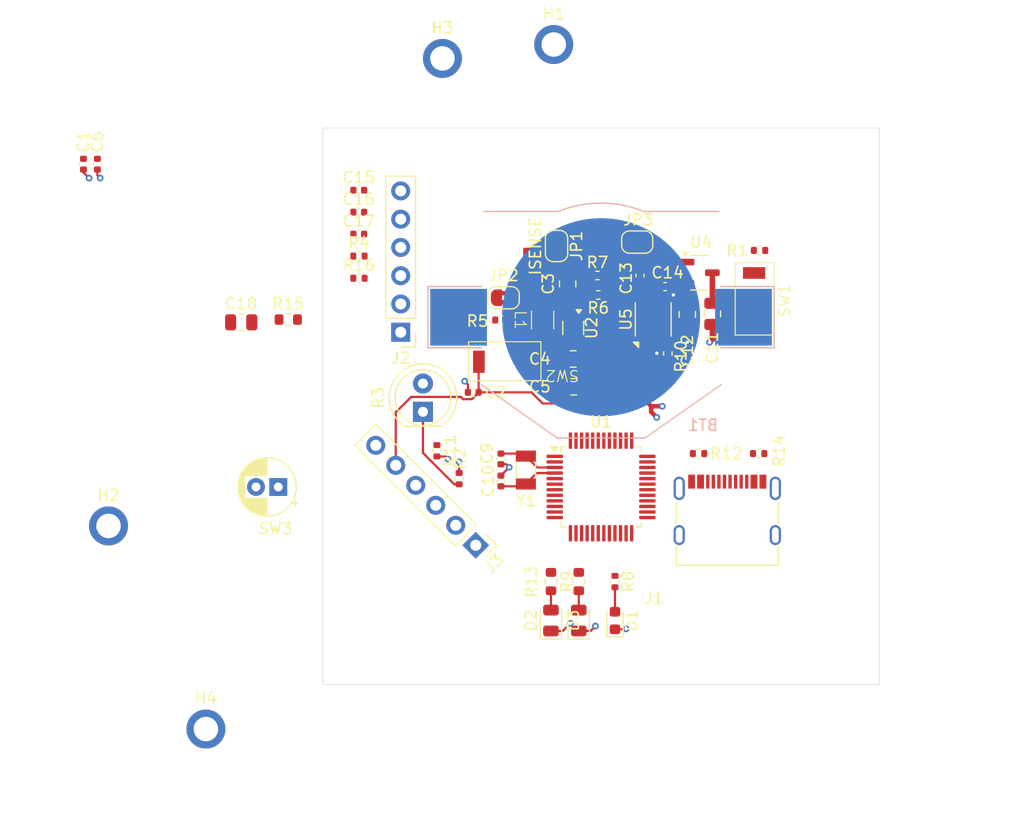
<source format=kicad_pcb>
(kicad_pcb (version 20240108) (generator "pcbnew") (generator_version "8.0")
  (layers (0 "F.Cu" signal) (1 "In1.Cu" signal) (2 "In2.Cu" signal) (31 "B.Cu" signal) (34 "B.Paste" user) (35 "F.Paste" user) (36 "B.SilkS" user "B.Silkscreen") (37 "F.SilkS" user "F.Silkscreen") (38 "B.Mask" user) (39 "F.Mask" user) (44 "Edge.Cuts" user))
  (net 0 "")
  (net 1 "GND")
  (net 2 "3V3")
  (net 3 "/RESET")
  (net 4 "Net-(BT1-+)")
  (net 5 "/Power/3V3_REG")
  (net 6 "Net-(U1-PC14)")
  (net 7 "Net-(U1-PC15)")
  (net 8 "/USB_D-")
  (net 10 "/USB_D+")
  (net 11 "VBUS")
  (net 13 "Net-(J1-CC2)")
  (net 14 "Net-(J1-CC1)")
  (net 15 "Net-(JP2-B)")
  (net 16 "Net-(U2-SW)")
  (net 17 "/PHOTORESISTOR")
  (net 18 "/BUTTON")
  (net 19 "Net-(U2-FB)")
  (net 20 "/Power/3V3_USB")
  (net 21 "/Power/3V3_BATT")
  (net 22 "Net-(D1-A)")
  (net 23 "Net-(D3-A)")
  (net 24 "Net-(D2-A)")
  (net 25 "/UART_TX")
  (net 28 "/UART_RX")
  (net 31 "/SWDIO")
  (net 32 "/SWCLK")
  (net 33 "/VIBRATION")
  (net 34 "/RED")
  (net 35 "/GREEN")
  (net 36 "Net-(U5-ILIM)")
  (net 37 "/YELLOW")
  (net 40 "/BATTERY_SENSE")
  (net 41 "+3V3")
  (net 42 "+BATT")
  (net 43 "/BOOT0")
  (net 44 "/VBUS_DIV")
  (footprint "Capacitor_SMD:C_0402_1005Metric" (layer "F.Cu") (at 183.5 50.5 -90)
    (property "Reference" "C13")
    (property "Value" "0.1uF")
  )
  (footprint "Resistor_SMD:R_0603_1608Metric" (layer "F.Cu") (at 151.9 54.46)
    (property "Reference" "R15")
    (property "Value" "82k")
  )
  (footprint "Resistor_SMD:R_0402_1005Metric" (layer "F.Cu") (at 188.76 66.5 180)
    (property "Reference" "R12")
    (property "Value" "5.1k")
  )
  (footprint "MountingHole:MountingHole_2.2mm_M2_ISO7380_Pad" (layer "F.Cu") (at 144.5 91.25)
    (property "Reference" "H4")
    (property "Value" "MountingHole_Pad")
  )
  (footprint "Resistor_SMD:R_0603_1608Metric" (layer "F.Cu") (at 178 78 -90)
    (property "Reference" "R13")
    (property "Value" "330")
  )
  (footprint "Connector_USB:USB_C_Receptacle_G-Switch_GT-USB-7010ASV" (layer "F.Cu") (at 191.34 72.75)
    (property "Reference" "J1")
    (property "Value" "USB_C_Receptacle_USB2.0_16P")
  )
  (footprint "Capacitor_SMD:C_0402_1005Metric" (layer "F.Cu") (at 158.23 42.84)
    (property "Reference" "C15")
    (property "Value" "0.1uF")
  )
  (footprint "Capacitor_SMD:C_0402_1005Metric" (layer "F.Cu") (at 133.5 40.5 -90)
    (property "Reference" "C1")
    (property "Value" "0.1uF")
  )
  (footprint "Capacitor_SMD:C_0402_1005Metric" (layer "F.Cu") (at 158.23 46.78)
    (property "Reference" "C17")
    (property "Value" "0.1uF")
  )
  (footprint "Capacitor_SMD:C_0402_1005Metric" (layer "F.Cu") (at 168.52 61 180)
    (property "Reference" "C2")
    (property "Value" "0.1uF")
  )
  (footprint "LED_SMD:LED_0805_2012Metric" (layer "F.Cu") (at 175.5 81.5 90)
    (property "Reference" "D3")
    (property "Value" "GREEN")
  )
  (footprint "Connector_PinHeader_2.54mm:PinHeader_1x06_P2.54mm_Vertical" (layer "F.Cu") (at 162 55.6 180)
    (property "Reference" "J2")
    (property "Value" "uart")
  )
  (footprint "Resistor_SMD:R_0402_1005Metric" (layer "F.Cu") (at 167.25 68.75 -90)
    (property "Reference" "R2")
    (property "Value" "10k")
  )
  (footprint "Jumper:SolderJumper-2_P1.3mm_Bridged2Bar_RoundedPad1.0x1.5mm" (layer "F.Cu") (at 183.25 47.5)
    (property "Reference" "JP3")
    (property "Value" "Power_Bypass")
  )
  (footprint "cat:TS-1088-AR02016" (layer "F.Cu") (at 193.75 52.5 90)
    (property "Reference" "SW1")
    (property "Value" "User")
  )
  (footprint "Capacitor_SMD:C_0805_2012Metric" (layer "F.Cu") (at 177.55 60.5 180)
    (property "Reference" "C5")
    (property "Value" "10uF")
  )
  (footprint "Resistor_SMD:R_0402_1005Metric" (layer "F.Cu") (at 181.25 78 -90)
    (property "Reference" "R8")
    (property "Value" "150")
  )
  (footprint "Package_TO_SOT_SMD:SOT-23-3" (layer "F.Cu") (at 188.8625 50.25)
    (property "Reference" "U4")
    (property "Value" "XC6206PxxxMR")
  )
  (footprint "Connector_PinHeader_2.54mm:PinHeader_1x06_P2.54mm_Vertical" (layer "F.Cu") (at 168.740129 74.740129 -135)
    (property "Reference" "J3")
    (property "Value" "swd")
  )
  (footprint "Resistor_SMD:R_0402_1005Metric" (layer "F.Cu") (at 186 57.51 -90)
    (property "Reference" "R10")
    (property "Value" "470")
  )
  (footprint "Capacitor_SMD:C_0402_1005Metric" (layer "F.Cu") (at 185.75 51.5 180)
    (property "Reference" "C14")
    (property "Value" "0.1uF")
  )
  (footprint "LED_SMD:LED_0805_2012Metric" (layer "F.Cu") (at 178 81.5 90)
    (property "Reference" "D2")
    (property "Value" "YELLOW")
  )
  (footprint "cat:Inductor_0806" (layer "F.Cu") (at 174.75 54.5 -90)
    (property "Reference" "L1")
    (property "Value" "2.7uH")
  )
  (footprint "Jumper:SolderJumper-2_P1.3mm_Bridged2Bar_RoundedPad1.0x1.5mm" (layer "F.Cu") (at 176 47.85 -90)
    (property "Reference" "JP1")
    (property "Value" "ISENSE")
  )
  (footprint "MountingHole:MountingHole_2.2mm_M2_ISO7380_Pad" (layer "F.Cu") (at 165.75 31)
    (property "Reference" "H3")
    (property "Value" "MountingHole_Pad")
  )
  (footprint "Resistor_SMD:R_0402_1005Metric" (layer "F.Cu") (at 194.24 48.25 180)
    (property "Reference" "R1")
    (property "Value" "10k")
  )
  (footprint "MountingHole:MountingHole_2.2mm_M2_ISO7380_Pad" (layer "F.Cu") (at 135.75 73)
    (property "Reference" "H2")
    (property "Value" "MountingHole_Pad")
  )
  (footprint "Capacitor_SMD:C_0402_1005Metric" (layer "F.Cu") (at 158.23 44.81)
    (property "Reference" "C16")
    (property "Value" "0.1uF")
  )
  (footprint "Resistor_SMD:R_0603_1608Metric" (layer "F.Cu") (at 175.5 78 -90)
    (property "Reference" "R9")
    (property "Value" "240")
  )
  (footprint "Capacitor_SMD:C_0805_2012Metric" (layer "F.Cu") (at 177 51.25 90)
    (property "Reference" "C3")
    (property "Value" "10uF")
  )
  (footprint "Capacitor_SMD:C_0805_2012Metric" (layer "F.Cu") (at 190 53.95 90)
    (property "Reference" "C11")
    (property "Value" "1uF")
  )
  (footprint "Capacitor_SMD:C_0805_2012Metric" (layer "F.Cu") (at 147.67 54.71)
    (property "Reference" "C18")
    (property "Value" "1uF")
  )
  (footprint "Resistor_SMD:R_0402_1005Metric" (layer "F.Cu") (at 179.675 50.5)
    (property "Reference" "R7")
    (property "Value" "100k")
  )
  (footprint "MountingHole:MountingHole_2.2mm_M2_ISO7380_Pad" (layer "F.Cu") (at 175.75 29.75)
    (property "Reference" "H1")
    (property "Value" "MountingHole_Pad")
  )
  (footprint "Resistor_SMD:R_0402_1005Metric" (layer "F.Cu") (at 194.16 66.5)
    (property "Reference" "R14")
    (property "Value" "5.1k")
  )
  (footprint "Capacitor_SMD:C_0402_1005Metric" (layer "F.Cu") (at 171 66.98 -90)
    (property "Reference" "C9")
    (property "Value" "10pF")
  )
  (footprint "Package_TO_SOT_SMD:SOT-563" (layer "F.Cu") (at 177.5 55.2125 -90)
    (property "Reference" "U2")
    (property "Value" "TPS61023DRL")
  )
  (footprint "Capacitor_SMD:C_0805_2012Metric" (layer "F.Cu") (at 187.75 54 90)
    (property "Reference" "C12")
    (property "Value" "1uF")
  )
  (footprint "Capacitor_SMD:C_0805_2012Metric" (layer "F.Cu") (at 177.5 58 180)
    (property "Reference" "C4")
    (property "Value" "10uF")
  )
  (footprint "LED_THT:LED_D5.0mm_FlatTop" (layer "F.Cu") (at 164 62.75 90)
    (property "Reference" "R3")
    (property "Value" "R_Photo")
  )
  (footprint "Resistor_SMD:R_0402_1005Metric" (layer "F.Cu") (at 179.75 52.25 180)
    (property "Reference" "R6")
    (property "Value" "470k")
  )
  (footprint "Package_SON:VSON-8-1EP_3x3mm_P0.65mm_EP1.65x2.4mm" (layer "F.Cu") (at 184.685 54.45 90)
    (property "Reference" "U5")
    (property "Value" "TOS2115ADRBT")
  )
  (footprint "LED_SMD:LED_0603_1608Metric" (layer "F.Cu") (at 181.25 81.5 90)
    (property "Reference" "D1")
    (property "Value" "RED")
  )
  (footprint "Jumper:SolderJumper-2_P1.3mm_Bridged2Bar_RoundedPad1.0x1.5mm" (layer "F.Cu") (at 171.25 52.5 180)
    (property "Reference" "JP2")
    (property "Value" "SolderJumper_2_Bridged")
  )
  (footprint "Resistor_SMD:R_0402_1005Metric" (layer "F.Cu") (at 171 54.5 180)
    (property "Reference" "R5")
    (property "Value" "100k")
  )
  (footprint "Crystal:Crystal_SMD_3215-2Pin_3.2x1.5mm" (layer "F.Cu") (at 173.25 67.98 -90)
    (property "Reference" "Y1")
    (property "Value" "32.768kHz")
  )
  (footprint "Package_QFP:LQFP-48_7x7mm_P0.5mm" (layer "F.Cu") (at 180 69.5)
    (property "Reference" "U1")
    (property "Value" "STM32L072CBTx")
  )
  (footprint "Capacitor_SMD:C_0402_1005Metric" (layer "F.Cu") (at 171 68.96 90)
    (property "Reference" "C10")
    (property "Value" "10pF")
  )
  (footprint "Capacitor_SMD:C_0402_1005Metric" (layer "F.Cu") (at 134.75 40.5 -90)
    (property "Reference" "C6")
    (property "Value" "0.1uF")
  )
  (footprint "Resistor_SMD:R_0402_1005Metric" (layer "F.Cu") (at 158.25 50.75)
    (property "Reference" "R16")
    (property "Value" "33k")
  )
  (footprint "Capacitor_THT:CP_Radial_D5.0mm_P2.00mm" (layer "F.Cu") (at 151 69.5 180)
    (property "Reference" "SW3")
    (property "Value" "Vibration_Detect")
  )
  (footprint "Resistor_SMD:R_0402_1005Metric" (layer "F.Cu") (at 158.25 48.76)
    (property "Reference" "R4")
    (property "Value" "10k")
  )
  (footprint "cat:TS-1088-AR02016" (layer "F.Cu") (at 171.25 58.25 180)
    (property "Reference" "SW2")
    (property "Value" "RST")
  )
  (footprint "Resistor_SMD:R_0402_1005Metric" (layer "F.Cu") (at 165.25 66.25 -90)
    (property "Reference" "R11")
    (property "Value" "5.1k")
  )
  (footprint "Battery:BatteryHolder_Keystone_3002_1x2032" (layer "B.Cu") (at 180 54.25 180)
    (property "Reference" "BT1")
    (property "Value" "Battery_Cell")
  )
  (gr_rect (start 155 37.25) (end 205 87.25) (stroke (width 0.05)) (fill none) (layer "Edge.Cuts"))
  (segment (start 171 68.48) (end 171.75 67.73) (width 0.2) (layer "F.Cu") (net 1))
  (segment (start 178 82.4375) (end 179.0625 82.4375) (width 0.2) (layer "F.Cu") (net 1))
  (segment (start 166.01 66.76) (end 166.25 67) (width 0.2) (layer "F.Cu") (net 1))
  (segment (start 185.66 53) (end 185.75 53) (width 0.2) (layer "F.Cu") (net 1))
  (segment (start 168.04 61) (end 168.04 60.29) (width 0.2) (layer "F.Cu") (net 1))
  (segment (start 186.23 51.98) (end 186.5 52.25) (width 0.2) (layer "F.Cu") (net 1))
  (segment (start 185.01 55.9) (end 185.01 57.49) (width 0.5) (layer "F.Cu") (net 1))
  (segment (start 185.54 58.02) (end 185.01 57.49) (width 0.2) (layer "F.Cu") (net 1))
  (segment (start 165.25 66.76) (end 166.01 66.76) (width 0.2) (layer "F.Cu") (net 1))
  (segment (start 186.23 51.5) (end 186.23 51.98) (width 0.2) (layer "F.Cu") (net 1))
  (segment (start 185.75 53) (end 186.5 52.25) (width 0.2) (layer "F.Cu") (net 1))
  (segment (start 171 67.46) (end 171.48 67.46) (width 0.2) (layer "F.Cu") (net 1))
  (segment (start 190 56.25) (end 189.75 56.5) (width 0.5) (layer "F.Cu") (net 1))
  (segment (start 190 54.9) (end 190 56.25) (width 0.5) (layer "F.Cu") (net 1))
  (segment (start 181.25 82.2875) (end 182.2125 82.2875) (width 0.2) (layer "F.Cu") (net 1))
  (segment (start 186 58.02) (end 185.54 58.02) (width 0.2) (layer "F.Cu") (net 1))
  (segment (start 179.0625 82.4375) (end 179.5 82) (width 0.2) (layer "F.Cu") (net 1))
  (segment (start 176.5625 82.4375) (end 177.25 81.75) (width 0.2) (layer "F.Cu") (net 1))
  (segment (start 187.75 54.95) (end 187.75 56.5) (width 0.5) (layer "F.Cu") (net 1))
  (segment (start 171.48 67.46) (end 171.75 67.73) (width 0.2) (layer "F.Cu") (net 1))
  (segment (start 182.2125 82.2875) (end 182.25 82.25) (width 0.2) (layer "F.Cu") (net 1))
  (segment (start 168.04 60.29) (end 167.75 60) (width 0.2) (layer "F.Cu") (net 1))
  (segment (start 175.5 82.4375) (end 176.5625 82.4375) (width 0.2) (layer "F.Cu") (net 1))
  (via (at 167.75 60) (size 0.6) (drill 0.3) (layers "F.Cu" "B.Cu") (net 1))
  (via (at 171.75 67.73) (size 0.6) (drill 0.3) (layers "F.Cu" "B.Cu") (net 1))
  (via (at 186.5 52.25) (size 0.6) (drill 0.3) (layers "F.Cu" "B.Cu") (net 1))
  (via (at 182.25 82.25) (size 0.6) (drill 0.3) (layers "F.Cu" "B.Cu") (net 1))
  (via (at 179.5 82) (size 0.6) (drill 0.3) (layers "F.Cu" "B.Cu") (net 1))
  (via (at 189.75 56.5) (size 0.6) (drill 0.3) (layers "F.Cu" "B.Cu") (net 1))
  (via (at 177.25 81.75) (size 0.6) (drill 0.3) (layers "F.Cu" "B.Cu") (net 1))
  (via (at 166.25 67) (size 0.6) (drill 0.3) (layers "F.Cu" "B.Cu") (net 1))
  (via (at 185.01 57.49) (size 0.6) (drill 0.3) (layers "F.Cu" "B.Cu") (net 1))
  (via (at 187.75 56.5) (size 0.6) (drill 0.3) (layers "F.Cu" "B.Cu") (net 1))
  (segment (start 167.25 68.24) (end 167.25 67.25) (width 0.2) (layer "F.Cu") (net 2))
  (via (at 167.25 67.25) (size 0.6) (drill 0.3) (layers "F.Cu" "B.Cu") (net 2))
  (segment (start 168.39 61.61) (end 169 61) (width 0.2) (layer "F.Cu") (net 3))
  (segment (start 173.75 61) (end 174.75 62) (width 0.2) (layer "F.Cu") (net 3))
  (segment (start 169 61) (end 173.75 61) (width 0.2) (layer "F.Cu") (net 3))
  (segment (start 169 61) (end 169 58.275) (width 0.2) (layer "F.Cu") (net 3))
  (segment (start 161.555924 62.794076) (end 162.94 61.41) (width 0.2) (layer "F.Cu") (net 3))
  (segment (start 169 58.275) (end 169.025 58.25) (width 0.2) (layer "F.Cu") (net 3))
  (segment (start 176.5 62) (end 177 62.5) (width 0.2) (layer "F.Cu") (net 3))
  (segment (start 167.406134 61.41) (end 167.606134 61.61) (width 0.2) (layer "F.Cu") (net 3))
  (segment (start 162.94 61.41) (end 167.406134 61.41) (width 0.2) (layer "F.Cu") (net 3))
  (segment (start 174.75 62) (end 176.5 62) (width 0.2) (layer "F.Cu") (net 3))
  (segment (start 167.606134 61.61) (end 168.39 61.61) (width 0.2) (layer "F.Cu") (net 3))
  (segment (start 161.555924 67.555924) (end 161.555924 62.794076) (width 0.2) (layer "F.Cu") (net 3))
  (segment (start 171 66.5) (end 173.02 66.5) (width 0.2) (layer "F.Cu") (net 6))
  (segment (start 173.25 66.73) (end 174.27 67.75) (width 0.2) (layer "F.Cu") (net 6))
  (segment (start 174.27 67.75) (end 175.8375 67.75) (width 0.2) (layer "F.Cu") (net 6))
  (segment (start 173.02 66.5) (end 173.25 66.73) (width 0.2) (layer "F.Cu") (net 6))
  (segment (start 173.04 69.44) (end 173.25 69.23) (width 0.2) (layer "F.Cu") (net 7))
  (segment (start 174.23 68.25) (end 175.8375 68.25) (width 0.2) (layer "F.Cu") (net 7))
  (segment (start 171 69.44) (end 173.04 69.44) (width 0.2) (layer "F.Cu") (net 7))
  (segment (start 173.25 69.23) (end 174.23 68.25) (width 0.2) (layer "F.Cu") (net 7))
  (segment (start 190 50.25) (end 190 52.75) (width 0.5) (layer "F.Cu") (net 11))
  (segment (start 177.5 55.925) (end 177.5 55.5) (width 0.2) (layer "F.Cu") (net 16))
  (segment (start 177.5 55.5) (end 177.2875 55.2875) (width 0.2) (layer "F.Cu") (net 16))
  (segment (start 177.2875 55.2875) (end 174.7625 55.2875) (width 0.2) (layer "F.Cu") (net 16))
  (segment (start 174.7625 55.2875) (end 174.75 55.3) (width 0.2) (layer "F.Cu") (net 16))
  (segment (start 166.811076 69.26) (end 164 66.448924) (width 0.2) (layer "F.Cu") (net 17))
  (segment (start 164 66.448924) (end 164 62.75) (width 0.2) (layer "F.Cu") (net 17))
  (segment (start 167.25 69.26) (end 166.811076 69.26) (width 0.2) (layer "F.Cu") (net 17))
  (segment (start 183.548266 51.75) (end 183.25 51.75) (width 0.5) (layer "F.Cu") (net 20))
  (segment (start 183.5 50.98) (end 183.5 51.701734) (width 0.2) (layer "F.Cu") (net 20))
  (segment (start 183.548266 51.75) (end 183.71 51.911734) (width 0.5) (layer "F.Cu") (net 20))
  (segment (start 182.5 52.5) (end 182.5 57.25) (width 0.5) (layer "F.Cu") (net 20))
  (segment (start 186.5 54.3) (end 187.75 53.05) (width 0.5) (layer "F.Cu") (net 20))
  (segment (start 183.71 51.911734) (end 183.71 53) (width 0.5) (layer "F.Cu") (net 20))
  (segment (start 187.725 52.725) (end 187.75 52.75) (width 0.2) (layer "F.Cu") (net 20))
  (segment (start 186.914061 58.256995) (end 186.914061 55.835939) (width 0.5) (layer "F.Cu") (net 20))
  (segment (start 183.5 51.701734) (end 183.548266 51.75) (width 0.2) (layer "F.Cu") (net 20))
  (segment (start 182.5 57.25) (end 183.99 58.74) (width 0.5) (layer "F.Cu") (net 20))
  (segment (start 186.431056 58.74) (end 186.914061 58.256995) (width 0.5) (layer "F.Cu") (net 20))
  (segment (start 183.25 51.75) (end 182.5 52.5) (width 0.5) (layer "F.Cu") (net 20))
  (segment (start 186.5 55.421878) (end 186.5 54.3) (width 0.5) (layer "F.Cu") (net 20))
  (segment (start 186.914061 55.835939) (end 186.5 55.421878) (width 0.5) (layer "F.Cu") (net 20))
  (segment (start 187.725 51.2) (end 187.725 52.725) (width 0.2) (layer "F.Cu") (net 20))
  (segment (start 183.99 58.74) (end 186.431056 58.74) (width 0.5) (layer "F.Cu") (net 20))
  (segment (start 185.01 51.74) (end 185.25 51.5) (width 0.2) (layer "F.Cu") (net 21))
  (segment (start 185.01 53) (end 185.01 51.74) (width 0.2) (layer "F.Cu") (net 21))
  (segment (start 181.25 78.51) (end 181.25 80.7125) (width 0.2) (layer "F.Cu") (net 22))
  (segment (start 175.5 78.825) (end 175.5 80.5625) (width 0.2) (layer "F.Cu") (net 23))
  (segment (start 178 78.825) (end 178 80.5625) (width 0.2) (layer "F.Cu") (net 24))
  (segment (start 185.66 55.9) (end 185.66 56.66) (width 0.2) (layer "F.Cu") (net 36))
  (segment (start 185.66 56.66) (end 186 57) (width 0.2) (layer "F.Cu") (net 36))
  (segment (start 184.5 62.25) (end 185.5 62.25) (width 0.4) (layer "F.Cu") (net 41))
  (segment (start 184.36 53) (end 184.36 49.802444) (width 0.4) (layer "F.Cu") (net 41))
  (segment (start 134.75 41.5) (end 135 41.75) (width 0.2) (layer "F.Cu") (net 41))
  (segment (start 181.75 50.692444) (end 181.75 59.5) (width 0.4) (layer "F.Cu") (net 41))
  (segment (start 181.75 59.5) (end 184.5 62.25) (width 0.4) (layer "F.Cu") (net 41))
  (segment (start 184.5 62.25) (end 184.5 62.75) (width 0.4) (layer "F.Cu") (net 41))
  (segment (start 183.897556 49.34) (end 183.102444 49.34) (width 0.4) (layer "F.Cu") (net 41))
  (segment (start 184.36 49.802444) (end 183.897556 49.34) (width 0.4) (layer "F.Cu") (net 41))
  (segment (start 133.5 40.98) (end 133.5 41.25) (width 0.2) (layer "F.Cu") (net 41))
  (segment (start 184.5 62.75) (end 185 63.25) (width 0.4) (layer "F.Cu") (net 41))
  (segment (start 134.75 40.98) (end 134.75 41.5) (width 0.2) (layer "F.Cu") (net 41))
  (segment (start 183.102444 49.34) (end 181.75 50.692444) (width 0.4) (layer "F.Cu") (net 41))
  (segment (start 133.5 41.25) (end 134 41.75) (width 0.2) (layer "F.Cu") (net 41))
  (via (at 135 41.75) (size 0.6) (drill 0.3) (layers "F.Cu" "B.Cu") (net 41))
  (via (at 185 63.25) (size 0.6) (drill 0.3) (layers "F.Cu" "B.Cu") (net 41))
  (via (at 185.5 62.25) (size 0.6) (drill 0.3) (layers "F.Cu" "B.Cu") (net 41))
  (via (at 134 41.75) (size 0.6) (drill 0.3) (layers "F.Cu" "B.Cu") (net 41))
  (zone (net 1) (net_name "GND") (layer "F.Cu") (connect_pads (clearance 0.2)) (min_thickness 0.25) (fill yes (thermal_gap 0.2) (thermal_bridge_width 0.4) (smoothing chamfer))
    (polygon (pts (xy 177.25 62) (xy 175 62) (xy 175 56.75) (xy 176 55.5) (xy 176.5 55.5) (xy 177.25 55.5)))
  )
  (zone (net 42) (net_name "+BATT") (layer "F.Cu") (priority 2) (connect_pads (clearance 0.2)) (min_thickness 0.2) (fill yes (thermal_gap 0.2) (thermal_bridge_width 0.4) (smoothing chamfer))
    (polygon (pts (xy 177.75 54.7) (xy 173.1 54.7) (xy 173 48) (xy 177.25 48) (xy 177.25 49.5) (xy 176 49.5) (xy 176 51.25) (xy 177.25 51.25) (xy 177.25 53.1) (xy 177.75 53.1)))
  )
  (zone (net 5) (net_name "/Power/3V3_REG") (layer "F.Cu") (priority 1) (connect_pads (clearance 0.2)) (min_thickness 0.25) (fill yes (thermal_gap 0.5) (thermal_bridge_width 0.5))
    (polygon (pts (xy 177.75 55.25) (xy 177.75 62) (xy 181.25 62) (xy 181.25 52) (xy 179.75 52) (xy 179.75 55.25)))
  )
  (zone (net 19) (net_name "Net-(U2-FB)") (layer "F.Cu") (priority 3) (connect_pads (clearance 0.2)) (min_thickness 0.2) (fill yes (thermal_gap 0.2) (thermal_bridge_width 0.4) (smoothing chamfer))
    (polygon (pts (xy 177.8 54.7) (xy 177.8 53.1) (xy 178 52.9) (xy 178 49.5) (xy 179 49.5) (xy 179 54.7)))
  )
)
</source>
